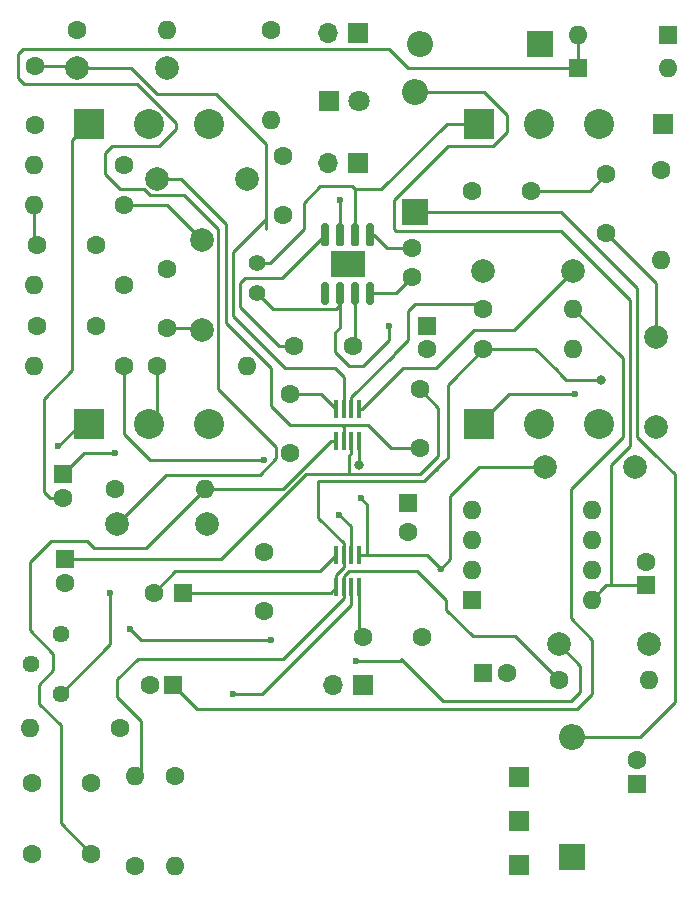
<source format=gtl>
G04 #@! TF.GenerationSoftware,KiCad,Pcbnew,(5.1.10)-1*
G04 #@! TF.CreationDate,2022-03-26T18:38:28-04:00*
G04 #@! TF.ProjectId,malice-striker,6d616c69-6365-42d7-9374-72696b65722e,rev?*
G04 #@! TF.SameCoordinates,Original*
G04 #@! TF.FileFunction,Copper,L1,Top*
G04 #@! TF.FilePolarity,Positive*
%FSLAX46Y46*%
G04 Gerber Fmt 4.6, Leading zero omitted, Abs format (unit mm)*
G04 Created by KiCad (PCBNEW (5.1.10)-1) date 2022-03-26 18:38:28*
%MOMM*%
%LPD*%
G01*
G04 APERTURE LIST*
G04 #@! TA.AperFunction,ComponentPad*
%ADD10R,1.700000X1.700000*%
G04 #@! TD*
G04 #@! TA.AperFunction,ComponentPad*
%ADD11O,1.700000X1.700000*%
G04 #@! TD*
G04 #@! TA.AperFunction,ComponentPad*
%ADD12C,2.540000*%
G04 #@! TD*
G04 #@! TA.AperFunction,ComponentPad*
%ADD13R,2.540000X2.540000*%
G04 #@! TD*
G04 #@! TA.AperFunction,SMDPad,CuDef*
%ADD14R,0.400000X1.560000*%
G04 #@! TD*
G04 #@! TA.AperFunction,SMDPad,CuDef*
%ADD15R,3.000000X2.290000*%
G04 #@! TD*
G04 #@! TA.AperFunction,ComponentPad*
%ADD16R,1.600000X1.600000*%
G04 #@! TD*
G04 #@! TA.AperFunction,ComponentPad*
%ADD17O,1.600000X1.600000*%
G04 #@! TD*
G04 #@! TA.AperFunction,ComponentPad*
%ADD18C,1.440000*%
G04 #@! TD*
G04 #@! TA.AperFunction,ComponentPad*
%ADD19C,1.600000*%
G04 #@! TD*
G04 #@! TA.AperFunction,ComponentPad*
%ADD20C,2.000000*%
G04 #@! TD*
G04 #@! TA.AperFunction,ComponentPad*
%ADD21R,2.200000X2.200000*%
G04 #@! TD*
G04 #@! TA.AperFunction,ComponentPad*
%ADD22O,2.200000X2.200000*%
G04 #@! TD*
G04 #@! TA.AperFunction,ComponentPad*
%ADD23C,1.400000*%
G04 #@! TD*
G04 #@! TA.AperFunction,ComponentPad*
%ADD24C,1.800000*%
G04 #@! TD*
G04 #@! TA.AperFunction,ComponentPad*
%ADD25R,1.800000X1.800000*%
G04 #@! TD*
G04 #@! TA.AperFunction,ViaPad*
%ADD26C,0.600000*%
G04 #@! TD*
G04 #@! TA.AperFunction,ViaPad*
%ADD27C,0.800000*%
G04 #@! TD*
G04 #@! TA.AperFunction,Conductor*
%ADD28C,0.250000*%
G04 #@! TD*
G04 APERTURE END LIST*
D10*
X61000000Y-106500000D03*
X61000000Y-102750000D03*
X61000000Y-99000000D03*
X73250000Y-43750000D03*
X47800000Y-91200000D03*
D11*
X45260000Y-91200000D03*
D10*
X47400000Y-47000000D03*
D11*
X44860000Y-47000000D03*
D10*
X47400000Y-36000000D03*
D11*
X44860000Y-36000000D03*
D12*
X34780000Y-43700000D03*
X29700000Y-43700000D03*
D13*
X24620000Y-43700000D03*
D14*
X47480000Y-80250000D03*
X46830000Y-80250000D03*
X46170000Y-80250000D03*
X45520000Y-80250000D03*
X45520000Y-82950000D03*
X46170000Y-82950000D03*
X46830000Y-82950000D03*
X47480000Y-82950000D03*
D15*
X46500000Y-55600000D03*
G04 #@! TA.AperFunction,SMDPad,CuDef*
G36*
G01*
X48255000Y-57100000D02*
X48555000Y-57100000D01*
G75*
G02*
X48705000Y-57250000I0J-150000D01*
G01*
X48705000Y-58900000D01*
G75*
G02*
X48555000Y-59050000I-150000J0D01*
G01*
X48255000Y-59050000D01*
G75*
G02*
X48105000Y-58900000I0J150000D01*
G01*
X48105000Y-57250000D01*
G75*
G02*
X48255000Y-57100000I150000J0D01*
G01*
G37*
G04 #@! TD.AperFunction*
G04 #@! TA.AperFunction,SMDPad,CuDef*
G36*
G01*
X46985000Y-57100000D02*
X47285000Y-57100000D01*
G75*
G02*
X47435000Y-57250000I0J-150000D01*
G01*
X47435000Y-58900000D01*
G75*
G02*
X47285000Y-59050000I-150000J0D01*
G01*
X46985000Y-59050000D01*
G75*
G02*
X46835000Y-58900000I0J150000D01*
G01*
X46835000Y-57250000D01*
G75*
G02*
X46985000Y-57100000I150000J0D01*
G01*
G37*
G04 #@! TD.AperFunction*
G04 #@! TA.AperFunction,SMDPad,CuDef*
G36*
G01*
X45715000Y-57100000D02*
X46015000Y-57100000D01*
G75*
G02*
X46165000Y-57250000I0J-150000D01*
G01*
X46165000Y-58900000D01*
G75*
G02*
X46015000Y-59050000I-150000J0D01*
G01*
X45715000Y-59050000D01*
G75*
G02*
X45565000Y-58900000I0J150000D01*
G01*
X45565000Y-57250000D01*
G75*
G02*
X45715000Y-57100000I150000J0D01*
G01*
G37*
G04 #@! TD.AperFunction*
G04 #@! TA.AperFunction,SMDPad,CuDef*
G36*
G01*
X44445000Y-57100000D02*
X44745000Y-57100000D01*
G75*
G02*
X44895000Y-57250000I0J-150000D01*
G01*
X44895000Y-58900000D01*
G75*
G02*
X44745000Y-59050000I-150000J0D01*
G01*
X44445000Y-59050000D01*
G75*
G02*
X44295000Y-58900000I0J150000D01*
G01*
X44295000Y-57250000D01*
G75*
G02*
X44445000Y-57100000I150000J0D01*
G01*
G37*
G04 #@! TD.AperFunction*
G04 #@! TA.AperFunction,SMDPad,CuDef*
G36*
G01*
X44445000Y-52150000D02*
X44745000Y-52150000D01*
G75*
G02*
X44895000Y-52300000I0J-150000D01*
G01*
X44895000Y-53950000D01*
G75*
G02*
X44745000Y-54100000I-150000J0D01*
G01*
X44445000Y-54100000D01*
G75*
G02*
X44295000Y-53950000I0J150000D01*
G01*
X44295000Y-52300000D01*
G75*
G02*
X44445000Y-52150000I150000J0D01*
G01*
G37*
G04 #@! TD.AperFunction*
G04 #@! TA.AperFunction,SMDPad,CuDef*
G36*
G01*
X45715000Y-52150000D02*
X46015000Y-52150000D01*
G75*
G02*
X46165000Y-52300000I0J-150000D01*
G01*
X46165000Y-53950000D01*
G75*
G02*
X46015000Y-54100000I-150000J0D01*
G01*
X45715000Y-54100000D01*
G75*
G02*
X45565000Y-53950000I0J150000D01*
G01*
X45565000Y-52300000D01*
G75*
G02*
X45715000Y-52150000I150000J0D01*
G01*
G37*
G04 #@! TD.AperFunction*
G04 #@! TA.AperFunction,SMDPad,CuDef*
G36*
G01*
X46985000Y-52150000D02*
X47285000Y-52150000D01*
G75*
G02*
X47435000Y-52300000I0J-150000D01*
G01*
X47435000Y-53950000D01*
G75*
G02*
X47285000Y-54100000I-150000J0D01*
G01*
X46985000Y-54100000D01*
G75*
G02*
X46835000Y-53950000I0J150000D01*
G01*
X46835000Y-52300000D01*
G75*
G02*
X46985000Y-52150000I150000J0D01*
G01*
G37*
G04 #@! TD.AperFunction*
G04 #@! TA.AperFunction,SMDPad,CuDef*
G36*
G01*
X48255000Y-52150000D02*
X48555000Y-52150000D01*
G75*
G02*
X48705000Y-52300000I0J-150000D01*
G01*
X48705000Y-53950000D01*
G75*
G02*
X48555000Y-54100000I-150000J0D01*
G01*
X48255000Y-54100000D01*
G75*
G02*
X48105000Y-53950000I0J150000D01*
G01*
X48105000Y-52300000D01*
G75*
G02*
X48255000Y-52150000I150000J0D01*
G01*
G37*
G04 #@! TD.AperFunction*
D16*
X57000000Y-84000000D03*
D17*
X67160000Y-76380000D03*
X57000000Y-81460000D03*
X67160000Y-78920000D03*
X57000000Y-78920000D03*
X67160000Y-81460000D03*
X57000000Y-76380000D03*
X67160000Y-84000000D03*
D14*
X47480000Y-67850000D03*
X46830000Y-67850000D03*
X46170000Y-67850000D03*
X45520000Y-67850000D03*
X45520000Y-70550000D03*
X46170000Y-70550000D03*
X46830000Y-70550000D03*
X47480000Y-70550000D03*
D13*
X57620000Y-69100000D03*
D12*
X62700000Y-69100000D03*
X67780000Y-69100000D03*
D18*
X22200000Y-92000000D03*
X19660000Y-89460000D03*
X22200000Y-86920000D03*
D19*
X28500000Y-106550000D03*
D17*
X28500000Y-98930000D03*
X72020000Y-90800000D03*
D19*
X64400000Y-90800000D03*
D20*
X70810000Y-72800000D03*
X63190000Y-72800000D03*
D19*
X27600000Y-64200000D03*
D17*
X19980000Y-64200000D03*
X38020000Y-64200000D03*
D19*
X30400000Y-64200000D03*
D20*
X64390000Y-87800000D03*
X72010000Y-87800000D03*
D17*
X19980000Y-57400000D03*
D19*
X27600000Y-57400000D03*
X31900000Y-98950000D03*
D17*
X31900000Y-106570000D03*
X73000000Y-55220000D03*
D19*
X73000000Y-47600000D03*
D20*
X38010000Y-48400000D03*
X30390000Y-48400000D03*
D17*
X19980000Y-47200000D03*
D19*
X27600000Y-47200000D03*
X26800000Y-74600000D03*
D17*
X34420000Y-74600000D03*
X19580000Y-94900000D03*
D19*
X27200000Y-94900000D03*
D20*
X26990000Y-77600000D03*
X34610000Y-77600000D03*
D17*
X19980000Y-50600000D03*
D19*
X27600000Y-50600000D03*
D17*
X65620000Y-62800000D03*
D19*
X58000000Y-62800000D03*
D20*
X34200000Y-53590000D03*
X34200000Y-61210000D03*
X72600000Y-69410000D03*
X72600000Y-61790000D03*
X57990000Y-56200000D03*
X65610000Y-56200000D03*
D17*
X65620000Y-59400000D03*
D19*
X58000000Y-59400000D03*
D20*
X23590000Y-39000000D03*
X31210000Y-39000000D03*
D17*
X31220000Y-35800000D03*
D19*
X23600000Y-35800000D03*
X40000000Y-35800000D03*
D17*
X40000000Y-43420000D03*
D13*
X57620000Y-43700000D03*
D12*
X62700000Y-43700000D03*
X67780000Y-43700000D03*
D17*
X65980000Y-36200000D03*
D16*
X73600000Y-36200000D03*
D17*
X73620000Y-39000000D03*
D16*
X66000000Y-39000000D03*
D21*
X65500000Y-105800000D03*
D22*
X65500000Y-95640000D03*
D21*
X52200000Y-51200000D03*
D22*
X52200000Y-41040000D03*
D21*
X62800000Y-37000000D03*
D22*
X52640000Y-37000000D03*
D19*
X22400000Y-75400000D03*
D16*
X22400000Y-73400000D03*
D19*
X71000000Y-97600000D03*
D16*
X71000000Y-99600000D03*
D19*
X39400000Y-80000000D03*
X39400000Y-85000000D03*
X20200000Y-60800000D03*
X25200000Y-60800000D03*
D16*
X32600000Y-83400000D03*
D19*
X30100000Y-83400000D03*
X22600000Y-82600000D03*
D16*
X22600000Y-80600000D03*
D19*
X52600000Y-71200000D03*
X52600000Y-66200000D03*
X42000000Y-62500000D03*
X47000000Y-62500000D03*
X24800000Y-105500000D03*
X19800000Y-105500000D03*
X52800000Y-87200000D03*
X47800000Y-87200000D03*
X24800000Y-99500000D03*
X19800000Y-99500000D03*
X41600000Y-66600000D03*
X41600000Y-71600000D03*
X51600000Y-78300000D03*
D16*
X51600000Y-75800000D03*
D19*
X53200000Y-62800000D03*
D16*
X53200000Y-60800000D03*
D23*
X38800000Y-58000000D03*
X38800000Y-55500000D03*
D19*
X52000000Y-54200000D03*
X52000000Y-56700000D03*
X60000000Y-90250000D03*
D16*
X58000000Y-90250000D03*
D19*
X25200000Y-54000000D03*
X20200000Y-54000000D03*
X31200000Y-56000000D03*
X31200000Y-61000000D03*
X68400000Y-48000000D03*
X68400000Y-53000000D03*
X57000000Y-49400000D03*
X62000000Y-49400000D03*
X71800000Y-80800000D03*
D16*
X71800000Y-82800000D03*
D19*
X29750000Y-91250000D03*
D16*
X31750000Y-91250000D03*
D19*
X20000000Y-43800000D03*
X20000000Y-38800000D03*
X41000000Y-46400000D03*
X41000000Y-51400000D03*
D13*
X24620000Y-69100000D03*
D12*
X29700000Y-69100000D03*
X34780000Y-69100000D03*
D24*
X47470000Y-41790000D03*
D25*
X44930000Y-41790000D03*
D26*
X22000000Y-71000000D03*
X50000000Y-60800000D03*
D27*
X47480000Y-72600000D03*
D26*
X28100000Y-86500000D03*
X40000000Y-87400000D03*
X47200000Y-89200000D03*
D27*
X68000000Y-65400000D03*
D26*
X45800000Y-76800000D03*
X47600000Y-75400000D03*
X39400000Y-72200000D03*
X54400000Y-81400000D03*
X36800000Y-92000000D03*
X26800000Y-71600000D03*
X26400000Y-83400000D03*
X45865000Y-50200000D03*
X65800000Y-66600000D03*
D28*
X30400000Y-68400000D02*
X29700000Y-69100000D01*
X30400000Y-64200000D02*
X30400000Y-68400000D01*
X23900000Y-69100000D02*
X22000000Y-71000000D01*
X24620000Y-69100000D02*
X23900000Y-69100000D01*
X31750000Y-91250000D02*
X33750000Y-93250000D01*
X65950000Y-93250000D02*
X57350000Y-93250000D01*
X67200000Y-92000000D02*
X65950000Y-93250000D01*
X57350000Y-93250000D02*
X58280344Y-93250000D01*
X33750000Y-93250000D02*
X57350000Y-93250000D01*
X65400000Y-85600000D02*
X67200000Y-87400000D01*
X65400000Y-74600000D02*
X65400000Y-85600000D01*
X69800000Y-70200000D02*
X65400000Y-74600000D01*
X69800000Y-63580000D02*
X69800000Y-70200000D01*
X65620000Y-59400000D02*
X69800000Y-63580000D01*
X67200000Y-87500000D02*
X67200000Y-92000000D01*
X67200000Y-87400000D02*
X67200000Y-87500000D01*
X46830000Y-66820000D02*
X50400000Y-63250000D01*
X46830000Y-67850000D02*
X46830000Y-66820000D01*
X57600000Y-59000000D02*
X58000000Y-59400000D01*
X50400000Y-63250000D02*
X50400000Y-63200000D01*
X50400000Y-63200000D02*
X51600000Y-62000000D01*
X51600000Y-59600000D02*
X52200000Y-59000000D01*
X52200000Y-59000000D02*
X57600000Y-59000000D01*
X51600000Y-62000000D02*
X51600000Y-59600000D01*
X72600000Y-57200000D02*
X68400000Y-53000000D01*
X72600000Y-61790000D02*
X72600000Y-57200000D01*
X48405000Y-53125000D02*
X48725000Y-53125000D01*
X49800000Y-54200000D02*
X52000000Y-54200000D01*
X48725000Y-53125000D02*
X49800000Y-54200000D01*
X50625000Y-58075000D02*
X52000000Y-56700000D01*
X48405000Y-58075000D02*
X50625000Y-58075000D01*
X31210000Y-50600000D02*
X34200000Y-53590000D01*
X27600000Y-50600000D02*
X31210000Y-50600000D01*
X38800000Y-55500000D02*
X39900000Y-55500000D01*
X47135000Y-53125000D02*
X47135000Y-49265000D01*
X47135000Y-49265000D02*
X46870000Y-49000000D01*
X46870000Y-49000000D02*
X44200000Y-49000000D01*
X42800000Y-50400000D02*
X42800000Y-52600000D01*
X44200000Y-49000000D02*
X42800000Y-50400000D01*
X39900000Y-55500000D02*
X42800000Y-52600000D01*
X47135000Y-49265000D02*
X49335000Y-49265000D01*
X54900000Y-43700000D02*
X57620000Y-43700000D01*
X49335000Y-49265000D02*
X54900000Y-43700000D01*
X45865000Y-58075000D02*
X45865000Y-60935000D01*
X45865000Y-60935000D02*
X45400000Y-61400000D01*
X45400000Y-61400000D02*
X45400000Y-63000000D01*
X45400000Y-63000000D02*
X46600000Y-64200000D01*
X46600000Y-64200000D02*
X46965002Y-64200000D01*
X46965002Y-64200000D02*
X47800000Y-64200000D01*
X47800000Y-64200000D02*
X50000000Y-62000000D01*
X50000000Y-62000000D02*
X50000000Y-60800000D01*
X50000000Y-60800000D02*
X50000000Y-60800000D01*
X45865000Y-59050000D02*
X45865000Y-58075000D01*
X45539990Y-59375010D02*
X45865000Y-59050000D01*
X40175010Y-59375010D02*
X45539990Y-59375010D01*
X38800000Y-58000000D02*
X40175010Y-59375010D01*
X47480000Y-70550000D02*
X47480000Y-72600000D01*
X47135000Y-62365000D02*
X47000000Y-62500000D01*
X47135000Y-58075000D02*
X47135000Y-62365000D01*
X47480000Y-86880000D02*
X47800000Y-87200000D01*
X47480000Y-82950000D02*
X47480000Y-86880000D01*
X23390000Y-38800000D02*
X23590000Y-39000000D01*
X20000000Y-38800000D02*
X23390000Y-38800000D01*
X23590000Y-39000000D02*
X28200000Y-39000000D01*
X28200000Y-39000000D02*
X30400000Y-41200000D01*
X30400000Y-41200000D02*
X35400000Y-41200000D01*
X35400000Y-41200000D02*
X39600000Y-45400000D01*
X39600000Y-45400000D02*
X39600000Y-49200000D01*
X39600000Y-49200000D02*
X39600000Y-51800000D01*
X39600000Y-49200000D02*
X39600000Y-52600000D01*
X39600000Y-51800000D02*
X36800000Y-54600000D01*
X36800000Y-54600000D02*
X36800000Y-60000000D01*
X36800000Y-60000000D02*
X41200000Y-64400000D01*
X41200000Y-64400000D02*
X45400000Y-64400000D01*
X46170000Y-65170000D02*
X46170000Y-67850000D01*
X45400000Y-64400000D02*
X46170000Y-65170000D01*
X47480000Y-67850000D02*
X47750000Y-67850000D01*
X47750000Y-67850000D02*
X51200000Y-64400000D01*
X51200000Y-64400000D02*
X54000000Y-64400000D01*
X54000000Y-64400000D02*
X57200000Y-61200000D01*
X60610000Y-61200000D02*
X65610000Y-56200000D01*
X57200000Y-61200000D02*
X60610000Y-61200000D01*
X67000000Y-49400000D02*
X68400000Y-48000000D01*
X62000000Y-49400000D02*
X67000000Y-49400000D01*
X33990000Y-61000000D02*
X34200000Y-61210000D01*
X31200000Y-61000000D02*
X33990000Y-61000000D01*
X19980000Y-53780000D02*
X20200000Y-54000000D01*
X19980000Y-50600000D02*
X19980000Y-53780000D01*
X71000000Y-57600000D02*
X64600000Y-51200000D01*
X64600000Y-51200000D02*
X52200000Y-51200000D01*
X71000000Y-70200000D02*
X71000000Y-57600000D01*
X72400000Y-71600000D02*
X71000000Y-70200000D01*
X72600000Y-71800000D02*
X72400000Y-71600000D01*
X71260000Y-95640000D02*
X65500000Y-95640000D01*
X74200000Y-92700000D02*
X71260000Y-95640000D01*
X74200000Y-73400000D02*
X74200000Y-92700000D01*
X72400000Y-71600000D02*
X74200000Y-73400000D01*
X45070000Y-70550000D02*
X41020000Y-74600000D01*
X41020000Y-74600000D02*
X34420000Y-74600000D01*
X45520000Y-70550000D02*
X45070000Y-70550000D01*
X25000000Y-79600000D02*
X29420000Y-79600000D01*
X24400000Y-79000000D02*
X25000000Y-79600000D01*
X21400000Y-79000000D02*
X24400000Y-79000000D01*
X19600000Y-80800000D02*
X21400000Y-79000000D01*
X29420000Y-79600000D02*
X34420000Y-74600000D01*
X19600000Y-86600000D02*
X19600000Y-80800000D01*
X20400000Y-91200000D02*
X21600000Y-90000000D01*
X21600000Y-88600000D02*
X19600000Y-86600000D01*
X20400000Y-92800000D02*
X20400000Y-91200000D01*
X21600000Y-90000000D02*
X21600000Y-88600000D01*
X22200000Y-94600000D02*
X20400000Y-92800000D01*
X22200000Y-102900000D02*
X22200000Y-94600000D01*
X24800000Y-105500000D02*
X22200000Y-102900000D01*
X46170000Y-69375000D02*
X46170000Y-70550000D01*
X45995000Y-69200000D02*
X46170000Y-69375000D01*
X52600000Y-71200000D02*
X50200000Y-71200000D01*
X48200000Y-69200000D02*
X45995000Y-69200000D01*
X50200000Y-71200000D02*
X48200000Y-69200000D01*
X32400000Y-48400000D02*
X30390000Y-48400000D01*
X36200000Y-52200000D02*
X32400000Y-48400000D01*
X36200000Y-60600000D02*
X36200000Y-52200000D01*
X40000000Y-64400000D02*
X36200000Y-60600000D01*
X40000000Y-67600000D02*
X40000000Y-64400000D01*
X41600000Y-69200000D02*
X40000000Y-67600000D01*
X45995000Y-69200000D02*
X41600000Y-69200000D01*
X46830000Y-71580000D02*
X46830000Y-70550000D01*
X46600000Y-71810000D02*
X46830000Y-71580000D01*
X46600000Y-73400000D02*
X46600000Y-71810000D01*
X52600000Y-73400000D02*
X46600000Y-73400000D01*
X54200000Y-71800000D02*
X52600000Y-73400000D01*
X54200000Y-67800000D02*
X54200000Y-71800000D01*
X52600000Y-66200000D02*
X54200000Y-67800000D01*
X22600000Y-80600000D02*
X35800000Y-80600000D01*
X43000000Y-73400000D02*
X46600000Y-73400000D01*
X35800000Y-80600000D02*
X43000000Y-73400000D01*
X40000000Y-87400000D02*
X40000000Y-87400000D01*
X47200000Y-89200000D02*
X51200000Y-89200000D01*
X51000000Y-89000000D02*
X51200000Y-89200000D01*
X40000000Y-87400000D02*
X32000000Y-87400000D01*
X29000000Y-87400000D02*
X29150000Y-87400000D01*
X28100000Y-86500000D02*
X29000000Y-87400000D01*
X32000000Y-87400000D02*
X29150000Y-87400000D01*
X66200000Y-89610000D02*
X64390000Y-87800000D01*
X66200000Y-91800000D02*
X66200000Y-89610000D01*
X65400000Y-92600000D02*
X66200000Y-91800000D01*
X54600000Y-92600000D02*
X65400000Y-92600000D01*
X51200000Y-89200000D02*
X54600000Y-92600000D01*
X45070000Y-83400000D02*
X45520000Y-82950000D01*
X32600000Y-83400000D02*
X45070000Y-83400000D01*
X46170000Y-81270000D02*
X46170000Y-80250000D01*
X45520000Y-81920000D02*
X46170000Y-81270000D01*
X45520000Y-82950000D02*
X45520000Y-81920000D01*
X55400000Y-65400000D02*
X58000000Y-62800000D01*
X55000000Y-65800000D02*
X55400000Y-65400000D01*
X55000000Y-72000000D02*
X55000000Y-65800000D01*
X54700000Y-72300000D02*
X55000000Y-72000000D01*
X54000000Y-73000000D02*
X54700000Y-72300000D01*
X53000000Y-74000000D02*
X54700000Y-72300000D01*
X44000000Y-74000000D02*
X53000000Y-74000000D01*
X44000000Y-77050000D02*
X44000000Y-74000000D01*
X46170000Y-79220000D02*
X44000000Y-77050000D01*
X46170000Y-80250000D02*
X46170000Y-79220000D01*
X58000000Y-62800000D02*
X62400000Y-62800000D01*
X62400000Y-62800000D02*
X64200000Y-64600000D01*
X64200000Y-64600000D02*
X64600000Y-65000000D01*
X64600000Y-65000000D02*
X64800000Y-65200000D01*
X64800000Y-65200000D02*
X65000000Y-65400000D01*
X65000000Y-65400000D02*
X68000000Y-65400000D01*
X46830000Y-80230000D02*
X46800000Y-80200000D01*
X46830000Y-80250000D02*
X46830000Y-80230000D01*
X46800000Y-77800000D02*
X45800000Y-76800000D01*
X46800000Y-80200000D02*
X46800000Y-77800000D01*
X45800000Y-76800000D02*
X45800000Y-76800000D01*
X57600000Y-72800000D02*
X63190000Y-72800000D01*
X55200000Y-75200000D02*
X57600000Y-72800000D01*
X55200000Y-78200000D02*
X55200000Y-75200000D01*
X48150000Y-80250000D02*
X48150000Y-78750000D01*
X47480000Y-80250000D02*
X48150000Y-80250000D01*
X48150000Y-78750000D02*
X48150000Y-75950000D01*
X48150000Y-75950000D02*
X47600000Y-75400000D01*
X47600000Y-75400000D02*
X47600000Y-75400000D01*
X27600000Y-70000000D02*
X27600000Y-64200000D01*
X29800000Y-72200000D02*
X27600000Y-70000000D01*
X39400000Y-72200000D02*
X29800000Y-72200000D01*
X55200000Y-78200000D02*
X55200000Y-80600000D01*
X55200000Y-80600000D02*
X54400000Y-81400000D01*
X54400000Y-81400000D02*
X54400000Y-81400000D01*
X54200000Y-81400000D02*
X54400000Y-81400000D01*
X53250000Y-80250000D02*
X54400000Y-81400000D01*
X48150000Y-80250000D02*
X53250000Y-80250000D01*
X23200000Y-45120000D02*
X24620000Y-43700000D01*
X23200000Y-64600000D02*
X23200000Y-45120000D01*
X20800000Y-67000000D02*
X23200000Y-64600000D01*
X20800000Y-74931370D02*
X20800000Y-67000000D01*
X21268630Y-75400000D02*
X20800000Y-74931370D01*
X22400000Y-75400000D02*
X21268630Y-75400000D01*
X24200000Y-71600000D02*
X22400000Y-73400000D01*
X26800000Y-71600000D02*
X24200000Y-71600000D01*
X46830000Y-82950000D02*
X46830000Y-84430000D01*
X39260000Y-92000000D02*
X39430000Y-91830000D01*
X36800000Y-92000000D02*
X39260000Y-92000000D01*
X39430000Y-91830000D02*
X46830000Y-84430000D01*
X53200000Y-39000000D02*
X66000000Y-39000000D01*
X51600000Y-39000000D02*
X53200000Y-39000000D01*
X50000000Y-37400000D02*
X51600000Y-39000000D01*
X19000000Y-37400000D02*
X50000000Y-37400000D01*
X32000000Y-43639398D02*
X28685603Y-40325001D01*
X32000000Y-44119398D02*
X32000000Y-43639398D01*
X30519398Y-45600000D02*
X32000000Y-44119398D01*
X26600000Y-45600000D02*
X30519398Y-45600000D01*
X18600000Y-39800000D02*
X18600000Y-37800000D01*
X26990000Y-77600000D02*
X31115001Y-73474999D01*
X31115001Y-73474999D02*
X39050003Y-73474999D01*
X35549990Y-66134990D02*
X35549990Y-52586400D01*
X39050003Y-73474999D02*
X40474999Y-72050003D01*
X28685603Y-40325001D02*
X19125001Y-40325001D01*
X40474999Y-71059999D02*
X35549990Y-66134990D01*
X40474999Y-72050003D02*
X40474999Y-71059999D01*
X35549990Y-52586400D02*
X32688591Y-49725001D01*
X18600000Y-37800000D02*
X19000000Y-37400000D01*
X32688591Y-49725001D02*
X29753999Y-49725001D01*
X29753999Y-49725001D02*
X29228998Y-49200000D01*
X29228998Y-49200000D02*
X27200000Y-49200000D01*
X27200000Y-49200000D02*
X26000000Y-48000000D01*
X26000000Y-48000000D02*
X26000000Y-46200000D01*
X19125001Y-40325001D02*
X18600000Y-39800000D01*
X26000000Y-46200000D02*
X26600000Y-45600000D01*
X66000000Y-36220000D02*
X65980000Y-36200000D01*
X66000000Y-39000000D02*
X66000000Y-36220000D01*
X22200000Y-92000000D02*
X26400000Y-87800000D01*
X26400000Y-87800000D02*
X26400000Y-83400000D01*
X26400000Y-83400000D02*
X26400000Y-83400000D01*
X45865000Y-50200000D02*
X45865000Y-53125000D01*
X65760000Y-66560000D02*
X65800000Y-66600000D01*
X60160000Y-66560000D02*
X65760000Y-66560000D01*
X60160000Y-66560000D02*
X57620000Y-69100000D01*
X46170000Y-83830000D02*
X46170000Y-82950000D01*
X28750000Y-89000000D02*
X41000000Y-89000000D01*
X27000000Y-90750000D02*
X28750000Y-89000000D01*
X27000000Y-92250000D02*
X27000000Y-90750000D01*
X29000000Y-94250000D02*
X27000000Y-92250000D01*
X41000000Y-89000000D02*
X46170000Y-83830000D01*
X29000000Y-98500000D02*
X29000000Y-94250000D01*
X28570000Y-98930000D02*
X29000000Y-98500000D01*
X28500000Y-98930000D02*
X28570000Y-98930000D01*
X46600000Y-81600000D02*
X52414998Y-81600000D01*
X52414998Y-81600000D02*
X54857499Y-84042501D01*
X46170000Y-82030000D02*
X46600000Y-81600000D01*
X54857499Y-84042501D02*
X54857499Y-84857499D01*
X46170000Y-82950000D02*
X46170000Y-82030000D01*
X57100000Y-87100000D02*
X59700000Y-87100000D01*
X54857499Y-84857499D02*
X57100000Y-87100000D01*
X60700000Y-87100000D02*
X59700000Y-87100000D01*
X64400000Y-90800000D02*
X60700000Y-87100000D01*
X44270000Y-66600000D02*
X45520000Y-67850000D01*
X41600000Y-66600000D02*
X44270000Y-66600000D01*
X42000000Y-62500000D02*
X40700000Y-62500000D01*
X40700000Y-62500000D02*
X37400000Y-59200000D01*
X37400000Y-59200000D02*
X37400000Y-57200000D01*
X37400000Y-57200000D02*
X37800000Y-56800000D01*
X40920000Y-56800000D02*
X44595000Y-53125000D01*
X37800000Y-56800000D02*
X40920000Y-56800000D01*
X45520000Y-80250000D02*
X44170000Y-81600000D01*
X31900000Y-81600000D02*
X30100000Y-83400000D01*
X44170000Y-81600000D02*
X31900000Y-81600000D01*
X58085002Y-41040000D02*
X52200000Y-41040000D01*
X60000000Y-42954998D02*
X58085002Y-41040000D01*
X60000000Y-44445002D02*
X60000000Y-42954998D01*
X58845002Y-45600000D02*
X60000000Y-44445002D01*
X55014998Y-45600000D02*
X58845002Y-45600000D01*
X64600000Y-52800000D02*
X50600000Y-52800000D01*
X70400000Y-71000000D02*
X70400000Y-58600000D01*
X70400000Y-58600000D02*
X64600000Y-52800000D01*
X50400000Y-50200000D02*
X50760001Y-49839999D01*
X50600000Y-52800000D02*
X50400000Y-52600000D01*
X50400000Y-52600000D02*
X50400000Y-50200000D01*
X50760001Y-49839999D02*
X50774999Y-49839999D01*
X50774999Y-49839999D02*
X55014998Y-45600000D01*
X68360000Y-82800000D02*
X68080000Y-83080000D01*
X68080000Y-83080000D02*
X67160000Y-84000000D01*
X68285001Y-82874999D02*
X68080000Y-83080000D01*
X68800000Y-82800000D02*
X68800000Y-72600000D01*
X68800000Y-72600000D02*
X70400000Y-71000000D01*
X71800000Y-82800000D02*
X68800000Y-82800000D01*
X68800000Y-82800000D02*
X68360000Y-82800000D01*
M02*

</source>
